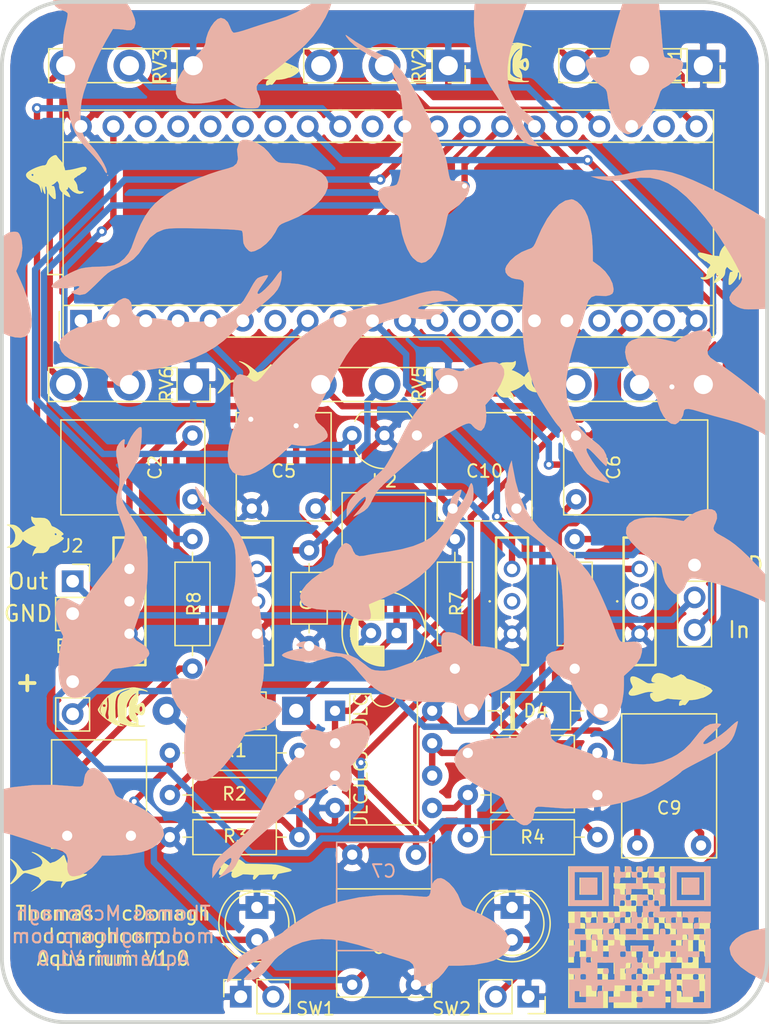
<source format=kicad_pcb>
(kicad_pcb (version 20171130) (host pcbnew "(5.1.7)-1")
  (layers (0 F.Cu signal hide) (31 B.Cu signal hide) (34 B.Paste user) (35 F.Paste user) (36 B.SilkS user) (37 F.SilkS user) (38 B.Mask user) (39 F.Mask user hide) (44 Edge.Cuts user))
  (net 0 "")
  (net 1 GND)
  (net 2 /Input)
  (net 3 /Output)
  (net 4 +9V)
  (net 5 "Net-(C2-Pad1)")
  (net 6 "Net-(C10-Pad2)")
  (net 7 /VIN)
  (net 8 /pin33)
  (net 9 /pin32)
  (net 10 /pin30)
  (net 11 /pin29)
  (net 12 /pin28)
  (net 13 /pin27)
  (net 14 /pin26)
  (net 15 /pin25)
  (net 16 /pin24)
  (net 17 /pin23)
  (net 18 /3V3_A)
  (net 19 /pin18)
  (net 20 /pin16)
  (net 21 /pin11)
  (net 22 /pin10)
  (net 23 /pin9)
  (net 24 /pin8)
  (net 25 "Net-(C3-Pad2)")
  (net 26 "Net-(C6-Pad1)")
  (net 27 "Net-(C9-Pad2)")
  (net 28 "Net-(D1-Pad2)")
  (net 29 "Net-(D2-Pad2)")
  (net 30 "Net-(R6-Pad1)")
  (net 31 "Net-(BT1-Pad2)")
  (net 32 "Net-(BT1-Pad1)")
  (module libraries:koiPondFish2 (layer B.Cu) (at 68.199 107.188 180)
    (fp_text reference G*** hide)
    (fp_text value LOGO hide)
  )
  (module libraries:koiPondFish1 (layer B.Cu) (at 112.522 120.396 270)
    (fp_text reference G*** hide)
    (fp_text value LOGO hide)
  )
  (module libraries:koiPondFish1 (layer B.Cu) (at 47.244 109.093 90)
    (fp_text reference G*** hide)
    (fp_text value LOGO hide)
  )
  (module libraries:koiPondFish1 (layer B.Cu) (at 74.422 117.729 90)
    (fp_text reference G*** hide)
    (fp_text value LOGO hide)
  )
  (module libraries:koiPondFish1 (layer B.Cu) (at 90.932 105.537 270)
    (fp_text reference G*** hide)
    (fp_text value LOGO hide)
  )
  (module libraries:koiPond (layer B.Cu) (at 75.184 75.819 180)
    (fp_text reference G*** hide)
    (fp_text value LOGO hide)
  )
  (module libraries:fish4 (layer F.Cu) (at 48.895 58.801)
    (fp_text reference G*** hide)
    (fp_text value LOGO hide)
  )
  (module libraries:fish6 (layer F.Cu) (at 58.42 72.517)
    (fp_text reference G*** hide)
    (fp_text value LOGO hide)
  )
  (module libraries:fish3 (layer F.Cu) (at 85.598 74.803)
    (fp_text reference G*** hide)
    (fp_text value LOGO hide)
  )
  (module libraries:fish6 (layer F.Cu) (at 64.897 113.157)
    (fp_text reference G*** hide)
    (fp_text value LOGO hide)
  )
  (module libraries:fish5 (layer F.Cu) (at 48.641 113.157)
    (fp_text reference G*** hide)
    (fp_text value LOGO hide)
  )
  (module libraries:fish5 (layer F.Cu) (at 64.897 74.676)
    (fp_text reference G*** hide)
    (fp_text value LOGO hide)
  )
  (module libraries:fish4 (layer F.Cu) (at 101.854 65.532)
    (fp_text reference G*** hide)
    (fp_text value LOGO hide)
  )
  (module libraries:fish3 (layer F.Cu) (at 47.752 86.995)
    (fp_text reference G*** hide)
    (fp_text value LOGO hide)
  )
  (module libraries:fish2 (layer F.Cu) (at 97.409 98.933)
    (fp_text reference G*** hide)
    (fp_text value LOGO hide)
  )
  (module libraries:fish2 (layer F.Cu) (at 65.024 50.292)
    (fp_text reference G*** hide)
    (fp_text value LOGO hide)
  )
  (module libraries:fish1 (layer F.Cu) (at 84.582 49.784)
    (fp_text reference G*** hide)
    (fp_text value LOGO hide)
  )
  (module libraries:fish1 (layer F.Cu) (at 54.483 100.33)
    (fp_text reference G*** hide)
    (fp_text value LOGO hide)
  )
  (module libraries:mcdonaghcorpQR (layer B.Cu) (at 94.996 118.364 180)
    (fp_text reference G*** hide)
    (fp_text value LOGO hide)
  )
  (module libraries:mcdonaghcorpQR (layer F.Cu) (at 94.996 118.364)
    (fp_text reference G*** hide)
    (fp_text value LOGO hide)
  )
  (module Device_Audio_Electrosmith_Daisy_Seed:Device_Audio_Electrosmith_Daisy_Seed (layer F.Cu) (at 51.2 70 90)
    (fp_text reference A1 hide)
    (fp_text value Device_Audio_Electrosmith_Daisy_Seed_Rev4)
    (pad 40 thru_hole circle (at 15.24 0 90) (size 1.7 1.7) (drill 1) (layers *.Cu *.Mask) (net 1 GND))
    (pad 39 thru_hole circle (at 15.24 2.54 90) (size 1.7 1.7) (drill 1) (layers *.Cu *.Mask) (net 7 /VIN))
    (pad 38 thru_hole circle (at 15.24 5.08 90) (size 1.7 1.7) (drill 1) (layers *.Cu *.Mask))
    (pad 37 thru_hole circle (at 15.24 7.62 90) (size 1.7 1.7) (drill 1) (layers *.Cu *.Mask))
    (pad 36 thru_hole circle (at 15.24 10.16 90) (size 1.7 1.7) (drill 1) (layers *.Cu *.Mask))
    (pad 35 thru_hole circle (at 15.24 12.7 90) (size 1.7 1.7) (drill 1) (layers *.Cu *.Mask))
    (pad 34 thru_hole circle (at 15.24 15.24 90) (size 1.7 1.7) (drill 1) (layers *.Cu *.Mask))
    (pad 33 thru_hole circle (at 15.24 17.78 90) (size 1.7 1.7) (drill 1) (layers *.Cu *.Mask) (net 8 /pin33))
    (pad 32 thru_hole circle (at 15.24 20.32 90) (size 1.7 1.7) (drill 1) (layers *.Cu *.Mask) (net 9 /pin32))
    (pad 31 thru_hole circle (at 15.24 22.86 90) (size 1.7 1.7) (drill 1) (layers *.Cu *.Mask))
    (pad 30 thru_hole circle (at 15.24 25.4 90) (size 1.7 1.7) (drill 1) (layers *.Cu *.Mask) (net 10 /pin30))
    (pad 29 thru_hole circle (at 15.24 27.94 90) (size 1.7 1.7) (drill 1) (layers *.Cu *.Mask) (net 11 /pin29))
    (pad 28 thru_hole circle (at 15.24 30.48 90) (size 1.7 1.7) (drill 1) (layers *.Cu *.Mask) (net 12 /pin28))
    (pad 27 thru_hole circle (at 15.24 33.02 90) (size 1.7 1.7) (drill 1) (layers *.Cu *.Mask) (net 13 /pin27))
    (pad 26 thru_hole circle (at 15.24 35.56 90) (size 1.7 1.7) (drill 1) (layers *.Cu *.Mask) (net 14 /pin26))
    (pad 25 thru_hole circle (at 15.24 38.1 90) (size 1.7 1.7) (drill 1) (layers *.Cu *.Mask) (net 15 /pin25))
    (pad 24 thru_hole circle (at 15.24 40.64 90) (size 1.7 1.7) (drill 1) (layers *.Cu *.Mask) (net 16 /pin24))
    (pad 23 thru_hole circle (at 15.24 43.18 90) (size 1.7 1.7) (drill 1) (layers *.Cu *.Mask) (net 17 /pin23))
    (pad 22 thru_hole circle (at 15.24 45.72 90) (size 1.7 1.7) (drill 1) (layers *.Cu *.Mask))
    (pad 21 thru_hole circle (at 15.24 48.26 90) (size 1.7 1.7) (drill 1) (layers *.Cu *.Mask) (net 18 /3V3_A))
    (pad 20 thru_hole circle (at 0 48.26 90) (size 1.7 1.7) (drill 1) (layers *.Cu *.Mask) (net 1 GND))
    (pad 19 thru_hole circle (at 0 45.72 90) (size 1.7 1.7) (drill 1) (layers *.Cu *.Mask))
    (pad 18 thru_hole circle (at 0 43.18 90) (size 1.7 1.7) (drill 1) (layers *.Cu *.Mask) (net 19 /pin18))
    (pad 17 thru_hole circle (at 0 40.64 90) (size 1.7 1.7) (drill 1) (layers *.Cu *.Mask))
    (pad 16 thru_hole circle (at 0 38.1 90) (size 1.7 1.7) (drill 1) (layers *.Cu *.Mask) (net 20 /pin16))
    (pad 15 thru_hole circle (at 0 35.56 90) (size 1.7 1.7) (drill 1) (layers *.Cu *.Mask))
    (pad 14 thru_hole circle (at 0 33.02 90) (size 1.7 1.7) (drill 1) (layers *.Cu *.Mask))
    (pad 13 thru_hole circle (at 0 30.48 90) (size 1.7 1.7) (drill 1) (layers *.Cu *.Mask))
    (pad 12 thru_hole circle (at 0 27.94 90) (size 1.7 1.7) (drill 1) (layers *.Cu *.Mask))
    (pad 11 thru_hole circle (at 0 25.4 90) (size 1.7 1.7) (drill 1) (layers *.Cu *.Mask) (net 21 /pin11))
    (pad 10 thru_hole circle (at 0 22.86 90) (size 1.7 1.7) (drill 1) (layers *.Cu *.Mask) (net 22 /pin10))
    (pad 9 thru_hole circle (at 0 20.32 90) (size 1.7 1.7) (drill 1) (layers *.Cu *.Mask) (net 23 /pin9))
    (pad 8 thru_hole circle (at 0 17.78 90) (size 1.7 1.7) (drill 1) (layers *.Cu *.Mask) (net 24 /pin8))
    (pad 7 thru_hole circle (at 0 15.24 90) (size 1.7 1.7) (drill 1) (layers *.Cu *.Mask))
    (pad 6 thru_hole circle (at 0 12.7 90) (size 1.7 1.7) (drill 1) (layers *.Cu *.Mask))
    (pad 5 thru_hole circle (at 0 10.16 90) (size 1.7 1.7) (drill 1) (layers *.Cu *.Mask))
    (pad 4 thru_hole circle (at 0 7.62 90) (size 1.7 1.7) (drill 1) (layers *.Cu *.Mask))
    (pad 3 thru_hole circle (at 0 5.08 90) (size 1.7 1.7) (drill 1) (layers *.Cu *.Mask))
    (pad 2 thru_hole circle (at 0 2.54 90) (size 1.7 1.7) (drill 1) (layers *.Cu *.Mask))
    (pad 1 thru_hole rect (at 0 0 90) (size 1.7 1.7) (drill 1) (layers *.Cu *.Mask))
  )
  (module Capacitor_THT:C_Axial_L3.8mm_D2.6mm_P7.50mm_Horizontal (layer F.Cu) (at 69.088 95.504 90)
    (fp_text reference C1 (at 3.75 -0.123001 90) (layer F.SilkS))
    (fp_text value 100pF)
    (pad 1 thru_hole circle (at 0 0 90) (size 1.6 1.6) (drill 0.8) (layers *.Cu *.Mask) (net 1 GND))
    (pad 2 thru_hole oval (at 7.5 0 90) (size 1.6 1.6) (drill 0.8) (layers *.Cu *.Mask) (net 2 /Input))
  )
  (module libraries:C_Flat_L7.2_H10 (layer F.Cu) (at 59.544 79 270)
    (fp_text reference C2 (at 2.5 2.54 90) (layer F.SilkS))
    (fp_text value 1uF)
    (pad 1 thru_hole circle (at 0 -0.4 270) (size 1.6 1.6) (drill 0.8) (layers *.Cu *.Mask) (net 5 "Net-(C2-Pad1)"))
    (pad 2 thru_hole circle (at 5 -0.4 270) (size 1.6 1.6) (drill 0.8) (layers *.Cu *.Mask) (net 2 /Input))
  )
  (module libraries:C_Flat_L7.2_H6.5 (layer F.Cu) (at 55.118 109.982 180)
    (fp_text reference C3 (at 2.5 2.54) (layer F.SilkS))
    (fp_text value 1nF)
    (pad 1 thru_hole circle (at 0 -0.4 180) (size 1.6 1.6) (drill 0.8) (layers *.Cu *.Mask) (net 1 GND))
    (pad 2 thru_hole circle (at 5 -0.4 180) (size 1.6 1.6) (drill 0.8) (layers *.Cu *.Mask) (net 25 "Net-(C3-Pad2)"))
  )
  (module libraries:CP_Radial_D6.3mm_P2.00mm_L11.0mm (layer F.Cu) (at 75.946 94.488 180)
    (fp_text reference C4 (at 1.016 5.588) (layer F.SilkS))
    (fp_text value 100uF)
    (pad 1 thru_hole rect (at 0 0 180) (size 1.6 1.6) (drill 0.8) (layers *.Cu *.Mask) (net 7 /VIN))
    (pad 2 thru_hole circle (at 2 0 180) (size 1.6 1.6) (drill 0.8) (layers *.Cu *.Mask) (net 1 GND))
  )
  (module libraries:C_Flat_L7.2_H6.5 (layer F.Cu) (at 69.596 84.328 180)
    (fp_text reference C5 (at 2.5 2.54) (layer F.SilkS))
    (fp_text value 100nF)
    (pad 2 thru_hole circle (at 5 -0.4 180) (size 1.6 1.6) (drill 0.8) (layers *.Cu *.Mask) (net 1 GND))
    (pad 1 thru_hole circle (at 0 -0.4 180) (size 1.6 1.6) (drill 0.8) (layers *.Cu *.Mask) (net 7 /VIN))
  )
  (module libraries:C_Flat_L7.2_H10 (layer F.Cu) (at 90.424 84 90)
    (fp_text reference C6 (at 2.5 2.54 90) (layer F.SilkS))
    (fp_text value 1uF)
    (pad 2 thru_hole circle (at 5 -0.4 90) (size 1.6 1.6) (drill 0.8) (layers *.Cu *.Mask) (net 19 /pin18))
    (pad 1 thru_hole circle (at 0 -0.4 90) (size 1.6 1.6) (drill 0.8) (layers *.Cu *.Mask) (net 26 "Net-(C6-Pad1)"))
  )
  (module libraries:C_Flat_L7.2_H6.5 (layer B.Cu) (at 77.47 112.268 180)
    (fp_text reference C7 (at 2.54 -0.889) (layer B.SilkS) (effects (justify mirror)))
    (fp_text value 100nF)
    (pad 2 thru_hole circle (at 5 0.4 180) (size 1.6 1.6) (drill 0.8) (layers *.Cu *.Mask) (net 1 GND))
    (pad 1 thru_hole circle (at 0 0.4 180) (size 1.6 1.6) (drill 0.8) (layers *.Cu *.Mask) (net 7 /VIN))
  )
  (module libraries:C_Flat_L7.2_H6.5 (layer F.Cu) (at 77.47 121.666 180)
    (fp_text reference C8 (at 2.5 2.54) (layer F.SilkS))
    (fp_text value 100nF)
    (pad 1 thru_hole circle (at 0 -0.4 180) (size 1.6 1.6) (drill 0.8) (layers *.Cu *.Mask) (net 1 GND))
    (pad 2 thru_hole circle (at 5 -0.4 180) (size 1.6 1.6) (drill 0.8) (layers *.Cu *.Mask) (net 6 "Net-(C10-Pad2)"))
  )
  (module libraries:C_Flat_L7.2_H10 (layer F.Cu) (at 99.822 110.744 180)
    (fp_text reference C9 (at 2.5 2.54) (layer F.SilkS))
    (fp_text value 1uF)
    (pad 1 thru_hole circle (at 0 -0.4 180) (size 1.6 1.6) (drill 0.8) (layers *.Cu *.Mask) (net 3 /Output))
    (pad 2 thru_hole circle (at 5 -0.4 180) (size 1.6 1.6) (drill 0.8) (layers *.Cu *.Mask) (net 27 "Net-(C9-Pad2)"))
  )
  (module libraries:C_Flat_L7.2_H6.5 (layer F.Cu) (at 85.344 84.328 180)
    (fp_text reference C10 (at 2.5 2.54) (layer F.SilkS))
    (fp_text value 100nF)
    (pad 1 thru_hole circle (at 0 -0.4 180) (size 1.6 1.6) (drill 0.8) (layers *.Cu *.Mask) (net 1 GND))
    (pad 2 thru_hole circle (at 5 -0.4 180) (size 1.6 1.6) (drill 0.8) (layers *.Cu *.Mask) (net 6 "Net-(C10-Pad2)"))
  )
  (module LED_THT:LED_D5.0mm (layer F.Cu) (at 65 116 270)
    (fp_text reference D1 hide)
    (fp_text value LED)
    (pad 1 thru_hole rect (at 0 0 270) (size 1.8 1.8) (drill 0.9) (layers *.Cu *.Mask) (net 1 GND))
    (pad 2 thru_hole circle (at 2.54 0 270) (size 1.8 1.8) (drill 0.9) (layers *.Cu *.Mask) (net 28 "Net-(D1-Pad2)"))
  )
  (module LED_THT:LED_D5.0mm (layer F.Cu) (at 85 116 270)
    (fp_text reference D2 hide)
    (fp_text value LED)
    (pad 2 thru_hole circle (at 2.54 0 270) (size 1.8 1.8) (drill 0.9) (layers *.Cu *.Mask) (net 29 "Net-(D2-Pad2)"))
    (pad 1 thru_hole rect (at 0 0 270) (size 1.8 1.8) (drill 0.9) (layers *.Cu *.Mask) (net 1 GND))
  )
  (module Diode_THT:D_DO-41_SOD81_P10.16mm_Horizontal (layer F.Cu) (at 68.072 100.584 180)
    (fp_text reference D3 (at 5.320999 -0.101001) (layer F.SilkS))
    (fp_text value 1N5817)
    (pad 1 thru_hole rect (at 0 0 180) (size 2.2 2.2) (drill 1.1) (layers *.Cu *.Mask) (net 7 /VIN))
    (pad 2 thru_hole oval (at 10.16 0 180) (size 2.2 2.2) (drill 1.1) (layers *.Cu *.Mask) (net 4 +9V))
  )
  (module Resistor_THT:R_Axial_DIN0207_L6.3mm_D2.5mm_P10.16mm_Horizontal (layer F.Cu) (at 58.166 103.886)
    (fp_text reference R1 (at 5.08 -0.185001) (layer F.SilkS))
    (fp_text value 1M)
    (pad 2 thru_hole oval (at 10.16 0) (size 1.6 1.6) (drill 0.8) (layers *.Cu *.Mask) (net 25 "Net-(C3-Pad2)"))
    (pad 1 thru_hole circle (at 0 0) (size 1.6 1.6) (drill 0.8) (layers *.Cu *.Mask) (net 6 "Net-(C10-Pad2)"))
  )
  (module Resistor_THT:R_Axial_DIN0207_L6.3mm_D2.5mm_P10.16mm_Horizontal (layer F.Cu) (at 58.166 107.188)
    (fp_text reference R2 (at 5.08 -0.087001) (layer F.SilkS))
    (fp_text value 1K)
    (pad 1 thru_hole circle (at 0 0) (size 1.6 1.6) (drill 0.8) (layers *.Cu *.Mask) (net 5 "Net-(C2-Pad1)"))
    (pad 2 thru_hole oval (at 10.16 0) (size 1.6 1.6) (drill 0.8) (layers *.Cu *.Mask) (net 25 "Net-(C3-Pad2)"))
  )
  (module Resistor_THT:R_Axial_DIN0207_L6.3mm_D2.5mm_P10.16mm_Horizontal (layer F.Cu) (at 58.166 110.49)
    (fp_text reference R3 (at 5.148999 -0.073001) (layer F.SilkS))
    (fp_text value 1M)
    (pad 1 thru_hole circle (at 0 0) (size 1.6 1.6) (drill 0.8) (layers *.Cu *.Mask) (net 1 GND))
    (pad 2 thru_hole oval (at 10.16 0) (size 1.6 1.6) (drill 0.8) (layers *.Cu *.Mask) (net 25 "Net-(C3-Pad2)"))
  )
  (module Resistor_THT:R_Axial_DIN0207_L6.3mm_D2.5mm_P10.16mm_Horizontal (layer F.Cu) (at 91.694 110.49 180)
    (fp_text reference R4 (at 5.08 0) (layer F.SilkS))
    (fp_text value 1M)
    (pad 2 thru_hole oval (at 10.16 0 180) (size 1.6 1.6) (drill 0.8) (layers *.Cu *.Mask) (net 26 "Net-(C6-Pad1)"))
    (pad 1 thru_hole circle (at 0 0 180) (size 1.6 1.6) (drill 0.8) (layers *.Cu *.Mask) (net 6 "Net-(C10-Pad2)"))
  )
  (module Resistor_THT:R_Axial_DIN0207_L6.3mm_D2.5mm_P10.16mm_Horizontal (layer F.Cu) (at 81.534 107.188)
    (fp_text reference R5 (at 5.046999 -0.087001) (layer F.SilkS))
    (fp_text value 1M)
    (pad 1 thru_hole circle (at 0 0) (size 1.6 1.6) (drill 0.8) (layers *.Cu *.Mask) (net 26 "Net-(C6-Pad1)"))
    (pad 2 thru_hole oval (at 10.16 0) (size 1.6 1.6) (drill 0.8) (layers *.Cu *.Mask) (net 1 GND))
  )
  (module Resistor_THT:R_Axial_DIN0207_L6.3mm_D2.5mm_P10.16mm_Horizontal (layer F.Cu) (at 81.534 103.886)
    (fp_text reference R6 (at 5.08 -0.001001) (layer F.SilkS))
    (fp_text value 100)
    (pad 2 thru_hole oval (at 10.16 0) (size 1.6 1.6) (drill 0.8) (layers *.Cu *.Mask) (net 27 "Net-(C9-Pad2)"))
    (pad 1 thru_hole circle (at 0 0) (size 1.6 1.6) (drill 0.8) (layers *.Cu *.Mask) (net 30 "Net-(R6-Pad1)"))
  )
  (module Resistor_THT:R_Axial_DIN0207_L6.3mm_D2.5mm_P10.16mm_Horizontal (layer F.Cu) (at 80.518 97.282 90)
    (fp_text reference R7 (at 5.08 0.152999 90) (layer F.SilkS))
    (fp_text value 100K)
    (pad 1 thru_hole circle (at 0 0 90) (size 1.6 1.6) (drill 0.8) (layers *.Cu *.Mask) (net 3 /Output))
    (pad 2 thru_hole oval (at 10.16 0 90) (size 1.6 1.6) (drill 0.8) (layers *.Cu *.Mask) (net 1 GND))
  )
  (module Resistor_THT:R_Axial_DIN0207_L6.3mm_D2.5mm_P10.16mm_Horizontal (layer F.Cu) (at 59.944 87.122 270)
    (fp_text reference R8 (at 5.08 -0.115001 90) (layer F.SilkS))
    (fp_text value 100K)
    (pad 1 thru_hole circle (at 0 0 270) (size 1.6 1.6) (drill 0.8) (layers *.Cu *.Mask) (net 11 /pin29))
    (pad 2 thru_hole oval (at 10.16 0 270) (size 1.6 1.6) (drill 0.8) (layers *.Cu *.Mask) (net 28 "Net-(D1-Pad2)"))
  )
  (module Resistor_THT:R_Axial_DIN0207_L6.3mm_D2.5mm_P10.16mm_Horizontal (layer F.Cu) (at 89.916 87.122 270)
    (fp_text reference R9 (at 5.136999 0.124999 90) (layer F.SilkS))
    (fp_text value 100K)
    (pad 2 thru_hole oval (at 10.16 0 270) (size 1.6 1.6) (drill 0.8) (layers *.Cu *.Mask) (net 29 "Net-(D2-Pad2)"))
    (pad 1 thru_hole circle (at 0 0 270) (size 1.6 1.6) (drill 0.8) (layers *.Cu *.Mask) (net 10 /pin30))
  )
  (module Connector_PinSocket_2.54mm:PinSocket_1x02_P2.54mm_Vertical (layer F.Cu) (at 63.73 123 90)
    (fp_text reference SW1 (at -0.952 5.866 180) (layer F.SilkS))
    (fp_text value FS1)
    (pad 1 thru_hole rect (at 0 0 90) (size 1.7 1.7) (drill 1) (layers *.Cu *.Mask) (net 1 GND))
    (pad 2 thru_hole oval (at 0 2.54 90) (size 1.7 1.7) (drill 1) (layers *.Cu *.Mask) (net 9 /pin32))
  )
  (module Connector_PinSocket_2.54mm:PinSocket_1x02_P2.54mm_Vertical (layer F.Cu) (at 86.27 123 270)
    (fp_text reference SW2 (at 0.952 6.006 180) (layer F.SilkS))
    (fp_text value FS2)
    (pad 2 thru_hole oval (at 0 2.54 270) (size 1.7 1.7) (drill 1) (layers *.Cu *.Mask) (net 8 /pin33))
    (pad 1 thru_hole rect (at 0 0 270) (size 1.7 1.7) (drill 1) (layers *.Cu *.Mask) (net 1 GND))
  )
  (module libraries:MSS10255914AD (layer F.Cu) (at 55 92 270)
    (fp_text reference SW3 hide)
    (fp_text value SW_SPDT hide)
    (pad 3 thru_hole circle (at 2.54 0 270) (size 1.3 1.3) (drill 0.8) (layers *.Cu *.Mask) (net 1 GND))
    (pad 2 thru_hole circle (at -2.54 0 270) (size 1.3 1.3) (drill 0.8) (layers *.Cu *.Mask) (net 24 /pin8))
    (pad 1 thru_hole circle (at 0 0 270) (size 1.3 1.3) (drill 0.8) (layers *.Cu *.Mask))
  )
  (module libraries:MSS10255914AD (layer F.Cu) (at 65 92 270)
    (fp_text reference SW4 hide)
    (fp_text value SW_SPDT hide)
    (pad 1 thru_hole circle (at 0 0 270) (size 1.3 1.3) (drill 0.8) (layers *.Cu *.Mask))
    (pad 2 thru_hole circle (at -2.54 0 270) (size 1.3 1.3) (drill 0.8) (layers *.Cu *.Mask) (net 23 /pin9))
    (pad 3 thru_hole circle (at 2.54 0 270) (size 1.3 1.3) (drill 0.8) (layers *.Cu *.Mask) (net 1 GND))
  )
  (module libraries:MSS10255914AD (layer F.Cu) (at 85 92 270)
    (fp_text reference SW5 hide)
    (fp_text value SW_SPDT hide)
    (pad 3 thru_hole circle (at 2.54 0 270) (size 1.3 1.3) (drill 0.8) (layers *.Cu *.Mask) (net 1 GND))
    (pad 2 thru_hole circle (at -2.54 0 270) (size 1.3 1.3) (drill 0.8) (layers *.Cu *.Mask) (net 22 /pin10))
    (pad 1 thru_hole circle (at 0 0 270) (size 1.3 1.3) (drill 0.8) (layers *.Cu *.Mask))
  )
  (module libraries:MSS10255914AD (layer F.Cu) (at 95 92 270)
    (fp_text reference SW6 hide)
    (fp_text value SW_SPDT hide)
    (pad 1 thru_hole circle (at 0 0 270) (size 1.3 1.3) (drill 0.8) (layers *.Cu *.Mask))
    (pad 2 thru_hole circle (at -2.54 0 270) (size 1.3 1.3) (drill 0.8) (layers *.Cu *.Mask) (net 21 /pin11))
    (pad 3 thru_hole circle (at 2.54 0 270) (size 1.3 1.3) (drill 0.8) (layers *.Cu *.Mask) (net 1 GND))
  )
  (module Package_DIP:DIP-8_W7.62mm (layer F.Cu) (at 71.12 100.584)
    (fp_text reference U1 (at 6.35 -2.159) (layer F.SilkS))
    (fp_text value TL072)
    (pad 1 thru_hole rect (at 0 0) (size 1.6 1.6) (drill 0.8) (layers *.Cu *.Mask) (net 20 /pin16))
    (pad 5 thru_hole oval (at 7.62 7.62) (size 1.6 1.6) (drill 0.8) (layers *.Cu *.Mask) (net 26 "Net-(C6-Pad1)"))
    (pad 2 thru_hole oval (at 0 2.54) (size 1.6 1.6) (drill 0.8) (layers *.Cu *.Mask) (net 20 /pin16))
    (pad 6 thru_hole oval (at 7.62 5.08) (size 1.6 1.6) (drill 0.8) (layers *.Cu *.Mask) (net 30 "Net-(R6-Pad1)"))
    (pad 3 thru_hole oval (at 0 5.08) (size 1.6 1.6) (drill 0.8) (layers *.Cu *.Mask) (net 25 "Net-(C3-Pad2)"))
    (pad 7 thru_hole oval (at 7.62 2.54) (size 1.6 1.6) (drill 0.8) (layers *.Cu *.Mask) (net 30 "Net-(R6-Pad1)"))
    (pad 4 thru_hole oval (at 0 7.62) (size 1.6 1.6) (drill 0.8) (layers *.Cu *.Mask) (net 1 GND))
    (pad 8 thru_hole oval (at 7.62 0) (size 1.6 1.6) (drill 0.8) (layers *.Cu *.Mask) (net 6 "Net-(C10-Pad2)"))
  )
  (module libraries:R_POT (layer F.Cu) (at 100 50 270)
    (fp_text reference RV1 (at 0 2.21 90) (layer F.SilkS))
    (fp_text value R_POT)
    (pad 3 thru_hole oval (at 0 10 270) (size 2.5 2.5) (drill 1.5) (layers *.Cu *.Mask) (net 18 /3V3_A))
    (pad 2 thru_hole oval (at 0 5 270) (size 2.5 2.5) (drill 1.5) (layers *.Cu *.Mask) (net 17 /pin23))
    (pad 1 thru_hole rect (at 0 0 270) (size 2.5 2.5) (drill 1.5) (layers *.Cu *.Mask) (net 1 GND))
  )
  (module libraries:R_POT (layer F.Cu) (at 80 50 270)
    (fp_text reference RV2 (at 0 2.276 90) (layer F.SilkS))
    (fp_text value R_POT)
    (pad 1 thru_hole rect (at 0 0 270) (size 2.5 2.5) (drill 1.5) (layers *.Cu *.Mask) (net 1 GND))
    (pad 2 thru_hole oval (at 0 5 270) (size 2.5 2.5) (drill 1.5) (layers *.Cu *.Mask) (net 16 /pin24))
    (pad 3 thru_hole oval (at 0 10 270) (size 2.5 2.5) (drill 1.5) (layers *.Cu *.Mask) (net 18 /3V3_A))
  )
  (module libraries:R_POT (layer F.Cu) (at 60 50 270)
    (fp_text reference RV3 (at 0.038 2.596 90) (layer F.SilkS))
    (fp_text value R_POT)
    (pad 3 thru_hole oval (at 0 10 270) (size 2.5 2.5) (drill 1.5) (layers *.Cu *.Mask) (net 18 /3V3_A))
    (pad 2 thru_hole oval (at 0 5 270) (size 2.5 2.5) (drill 1.5) (layers *.Cu *.Mask) (net 15 /pin25))
    (pad 1 thru_hole rect (at 0 0 270) (size 2.5 2.5) (drill 1.5) (layers *.Cu *.Mask) (net 1 GND))
  )
  (module libraries:R_POT (layer F.Cu) (at 100 75 270)
    (fp_text reference RV4 (at 0 2.464 90) (layer F.SilkS))
    (fp_text value R_POT)
    (pad 1 thru_hole rect (at 0 0 270) (size 2.5 2.5) (drill 1.5) (layers *.Cu *.Mask) (net 1 GND))
    (pad 2 thru_hole oval (at 0 5 270) (size 2.5 2.5) (drill 1.5) (layers *.Cu *.Mask) (net 14 /pin26))
    (pad 3 thru_hole oval (at 0 10 270) (size 2.5 2.5) (drill 1.5) (layers *.Cu *.Mask) (net 18 /3V3_A))
  )
  (module libraries:R_POT (layer F.Cu) (at 80 75 270)
    (fp_text reference RV5 (at -0.07 2.276 90) (layer F.SilkS))
    (fp_text value R_POT)
    (pad 3 thru_hole oval (at 0 10 270) (size 2.5 2.5) (drill 1.5) (layers *.Cu *.Mask) (net 18 /3V3_A))
    (pad 2 thru_hole oval (at 0 5 270) (size 2.5 2.5) (drill 1.5) (layers *.Cu *.Mask) (net 13 /pin27))
    (pad 1 thru_hole rect (at 0 0 270) (size 2.5 2.5) (drill 1.5) (layers *.Cu *.Mask) (net 1 GND))
  )
  (module libraries:R_POT (layer F.Cu) (at 60 75 270)
    (fp_text reference RV6 (at 0 2.088 90) (layer F.SilkS))
    (fp_text value R_POT)
    (pad 1 thru_hole rect (at 0 0 270) (size 2.5 2.5) (drill 1.5) (layers *.Cu *.Mask) (net 1 GND))
    (pad 2 thru_hole oval (at 0 5 270) (size 2.5 2.5) (drill 1.5) (layers *.Cu *.Mask) (net 12 /pin28))
    (pad 3 thru_hole oval (at 0 10 270) (size 2.5 2.5) (drill 1.5) (layers *.Cu *.Mask) (net 18 /3V3_A))
  )
  (module Package_TO_SOT_THT:TO-92_Inline_Wide (layer F.Cu) (at 77.54 78.994 180)
    (fp_text reference U2 (at 2.54 -3.56) (layer F.SilkS))
    (fp_text value L78L05_TO92)
    (pad 2 thru_hole circle (at 2.54 0 180) (size 1.5 1.5) (drill 0.8) (layers *.Cu *.Mask) (net 1 GND))
    (pad 3 thru_hole circle (at 5.08 0 180) (size 1.5 1.5) (drill 0.8) (layers *.Cu *.Mask) (net 7 /VIN))
    (pad 1 thru_hole rect (at 0 0 180) (size 1.5 1.5) (drill 0.8) (layers *.Cu *.Mask) (net 6 "Net-(C10-Pad2)"))
  )
  (module Connector_PinSocket_2.54mm:PinSocket_1x02_P2.54mm_Vertical (layer F.Cu) (at 50.546 98.298)
    (fp_text reference BT1 (at 0 -2.77) (layer F.SilkS))
    (fp_text value Battery)
    (pad 2 thru_hole oval (at 0 2.54) (size 1.7 1.7) (drill 1) (layers *.Cu *.Mask) (net 31 "Net-(BT1-Pad2)"))
    (pad 1 thru_hole rect (at 0 0) (size 1.7 1.7) (drill 1) (layers *.Cu *.Mask) (net 32 "Net-(BT1-Pad1)"))
  )
  (module Diode_THT:D_DO-41_SOD81_P10.16mm_Horizontal (layer F.Cu) (at 81.788 100.584)
    (fp_text reference D4 (at 5.08 0) (layer F.SilkS))
    (fp_text value D)
    (pad 1 thru_hole rect (at 0 0) (size 2.2 2.2) (drill 1.1) (layers *.Cu *.Mask) (net 4 +9V))
    (pad 2 thru_hole oval (at 10.16 0) (size 2.2 2.2) (drill 1.1) (layers *.Cu *.Mask) (net 32 "Net-(BT1-Pad1)"))
  )
  (module Connector_PinSocket_2.54mm:PinSocket_1x03_P2.54mm_Vertical (layer F.Cu) (at 99.314 89.154)
    (fp_text reference J1 (at 0 -2.77) (layer F.SilkS))
    (fp_text value AudioJack3)
    (pad 1 thru_hole rect (at 0 0) (size 1.7 1.7) (drill 1) (layers *.Cu *.Mask) (net 1 GND))
    (pad 2 thru_hole oval (at 0 2.54) (size 1.7 1.7) (drill 1) (layers *.Cu *.Mask) (net 31 "Net-(BT1-Pad2)"))
    (pad 3 thru_hole oval (at 0 5.08) (size 1.7 1.7) (drill 1) (layers *.Cu *.Mask) (net 2 /Input))
  )
  (module Connector_PinSocket_2.54mm:PinSocket_1x02_P2.54mm_Vertical (layer F.Cu) (at 50.546 90.424)
    (fp_text reference J2 (at 0 -2.77) (layer F.SilkS))
    (fp_text value AudioJack2)
    (pad 1 thru_hole rect (at 0 0) (size 1.7 1.7) (drill 1) (layers *.Cu *.Mask) (net 3 /Output))
    (pad 2 thru_hole oval (at 0 2.54) (size 1.7 1.7) (drill 1) (layers *.Cu *.Mask) (net 1 GND))
  )
  (gr_text "Thomas McDonagh\nmcdonaghcorp.com\nAquarium V1.0" (at 53.721 118.237) (layer B.SilkS) (effects (font (size 1.1 1.1) (thickness 0.16)) (justify mirror)))
  (gr_text "Thomas McDonagh\nmcdonaghcorp.com\nAquarium V1.0" (at 53.721 118.237) (layer F.SilkS) (effects (font (size 1.1 1.1) (thickness 0.16))))
  (gr_text Out (at 47.046 90.424) (layer F.SilkS) (effects (font (size 1.25 1.25) (thickness 0.175))))
  (gr_text GND (at 47.046 92.964) (layer F.SilkS) (effects (font (size 1.25 1.25) (thickness 0.175))))
  (gr_text GND (at 102.814 89.154) (layer F.SilkS) (effects (font (size 1.25 1.25) (thickness 0.175))))
  (gr_text In (at 102.814 94.234) (layer F.SilkS) (effects (font (size 1.25 1.25) (thickness 0.175))))
  (gr_text + (at 46.99 98.298) (layer F.SilkS) (effects (font (size 1.5 1.5) (thickness 0.3))))
  (gr_line (start 50 125) (end 100 125) (layer Edge.Cuts) (width 0.3))
  (gr_line (start 45 50) (end 45 120) (layer Edge.Cuts) (width 0.3))
  (gr_line (start 105 120) (end 105 50) (layer Edge.Cuts) (width 0.3))
  (gr_arc (start 100 120) (end 100 125) (angle -90) (layer Edge.Cuts) (width 0.3))
  (gr_arc (start 50 120) (end 45 120) (angle -90) (layer Edge.Cuts) (width 0.3))
  (gr_line (start 50 45) (end 100 45) (layer Edge.Cuts) (width 0.3))
  (gr_arc (start 50 50) (end 50 45) (angle -90) (layer Edge.Cuts) (width 0.3))
  (gr_arc (start 100 50) (end 105 50) (angle -90) (layer Edge.Cuts) (width 0.3))
  (gr_text JLCJLCJLCJLC (at 73.152 104.394 90) (layer F.SilkS) (effects (font (size 1 1))))
  (segment (start 63.948 88.004) (end 59.944 84) (width 0.5) (layer F.Cu) (net 2))
  (segment (start 69.088 88.004) (end 63.948 88.004) (width 0.5) (layer F.Cu) (net 2))
  (segment (start 100.614001 92.933999) (end 99.314 94.234) (width 0.5) (layer B.Cu) (net 2))
  (segment (start 94.459997 88.372001) (end 94.977999 87.853999) (width 0.5) (layer B.Cu) (net 2))
  (segment (start 100.524001 87.853999) (end 100.614001 87.943999) (width 0.5) (layer B.Cu) (net 2))
  (segment (start 94.977999 87.853999) (end 100.524001 87.853999) (width 0.5) (layer B.Cu) (net 2))
  (segment (start 85.589999 88.372001) (end 94.459997 88.372001) (width 0.5) (layer B.Cu) (net 2))
  (segment (start 82.969999 85.752001) (end 85.589999 88.372001) (width 0.5) (layer B.Cu) (net 2))
  (segment (start 82.969999 85.509999) (end 82.969999 85.752001) (width 0.5) (layer B.Cu) (net 2))
  (segment (start 80.937999 83.477999) (end 82.969999 85.509999) (width 0.5) (layer B.Cu) (net 2))
  (segment (start 73.614001 83.477999) (end 80.937999 83.477999) (width 0.5) (layer B.Cu) (net 2))
  (segment (start 100.614001 87.943999) (end 100.614001 92.933999) (width 0.5) (layer B.Cu) (net 2))
  (segment (start 69.088 88.004) (end 73.614001 83.477999) (width 0.5) (layer B.Cu) (net 2))
  (segment (start 81.496002 97.282) (end 80.518 97.282) (width 0.5) (layer F.Cu) (net 3))
  (segment (start 91.792003 102.134001) (end 86.348003 102.134001) (width 0.5) (layer F.Cu) (net 3))
  (segment (start 99.822 110.163998) (end 91.792003 102.134001) (width 0.5) (layer F.Cu) (net 3))
  (segment (start 86.348003 102.134001) (end 81.496002 97.282) (width 0.5) (layer F.Cu) (net 3))
  (segment (start 99.822 111.144) (end 99.822 110.163998) (width 0.5) (layer F.Cu) (net 3))
  (segment (start 53.222001 93.100001) (end 50.546 90.424) (width 0.5) (layer B.Cu) (net 3))
  (segment (start 77.467371 93.100001) (end 53.222001 93.100001) (width 0.5) (layer B.Cu) (net 3))
  (segment (start 80.518 96.15063) (end 77.467371 93.100001) (width 0.5) (layer B.Cu) (net 3))
  (segment (start 80.518 97.282) (end 80.518 96.15063) (width 0.5) (layer B.Cu) (net 3))
  (via (at 73.154042 104.645958) (size 0.8) (drill 0.4) (layers F.Cu B.Cu) (net 4))
  (segment (start 78.139999 99.333999) (end 73.154042 104.319956) (width 0.5) (layer F.Cu) (net 4))
  (segment (start 73.154042 104.319956) (end 73.154042 104.645958) (width 0.5) (layer F.Cu) (net 4))
  (segment (start 80.537999 99.333999) (end 78.139999 99.333999) (width 0.5) (layer F.Cu) (net 4))
  (segment (start 81.788 100.584) (end 80.537999 99.333999) (width 0.5) (layer F.Cu) (net 4))
  (segment (start 65.766001 108.438001) (end 57.912 100.584) (width 0.5) (layer B.Cu) (net 4))
  (segment (start 68.124003 108.438001) (end 65.766001 108.438001) (width 0.5) (layer B.Cu) (net 4))
  (segment (start 69.576001 109.889999) (end 68.124003 108.438001) (width 0.5) (layer B.Cu) (net 4))
  (segment (start 71.284003 109.889999) (end 69.576001 109.889999) (width 0.5) (layer B.Cu) (net 4))
  (segment (start 73.154042 108.01996) (end 71.284003 109.889999) (width 0.5) (layer B.Cu) (net 4))
  (segment (start 73.154042 104.645958) (end 73.154042 108.01996) (width 0.5) (layer B.Cu) (net 4))
  (segment (start 58.693999 80.250001) (end 59.944 79) (width 0.5) (layer F.Cu) (net 5))
  (segment (start 61.194001 90.222003) (end 58.693999 87.722001) (width 0.5) (layer F.Cu) (net 5))
  (segment (start 61.194001 104.159999) (end 61.194001 90.222003) (width 0.5) (layer F.Cu) (net 5))
  (segment (start 58.693999 87.722001) (end 58.693999 80.250001) (width 0.5) (layer F.Cu) (net 5))
  (segment (start 58.166 107.188) (end 61.194001 104.159999) (width 0.5) (layer F.Cu) (net 5))
  (segment (start 77.54 81.924) (end 80.344 84.728) (width 0.5) (layer F.Cu) (net 6))
  (segment (start 77.54 78.994) (end 77.54 81.924) (width 0.5) (layer F.Cu) (net 6))
  (segment (start 80.290001 102.134001) (end 78.74 100.584) (width 0.5) (layer F.Cu) (net 6))
  (segment (start 83.338001 102.134001) (end 80.290001 102.134001) (width 0.5) (layer F.Cu) (net 6))
  (segment (start 91.694 110.49) (end 83.338001 102.134001) (width 0.5) (layer F.Cu) (net 6))
  (segment (start 78.720001 115.815999) (end 72.47 122.066) (width 0.5) (layer F.Cu) (net 6))
  (segment (start 78.720001 110.424037) (end 78.720001 115.815999) (width 0.5) (layer F.Cu) (net 6))
  (segment (start 77.489999 109.194035) (end 78.720001 110.424037) (width 0.5) (layer F.Cu) (net 6))
  (segment (start 77.489999 101.834001) (end 77.489999 109.194035) (width 0.5) (layer F.Cu) (net 6))
  (segment (start 78.74 100.584) (end 77.489999 101.834001) (width 0.5) (layer F.Cu) (net 6))
  (via (at 55.372 107.696) (size 0.8) (drill 0.4) (layers F.Cu B.Cu) (net 6))
  (segment (start 58.166 104.902) (end 55.372 107.696) (width 0.5) (layer F.Cu) (net 6))
  (segment (start 58.166 103.886) (end 58.166 104.902) (width 0.5) (layer F.Cu) (net 6))
  (segment (start 72.103999 121.699999) (end 72.47 122.066) (width 0.5) (layer B.Cu) (net 6))
  (segment (start 66.161997 121.699999) (end 72.103999 121.699999) (width 0.5) (layer B.Cu) (net 6))
  (segment (start 56.915999 112.454001) (end 66.161997 121.699999) (width 0.5) (layer B.Cu) (net 6))
  (segment (start 56.915999 109.239999) (end 56.915999 112.454001) (width 0.5) (layer B.Cu) (net 6))
  (segment (start 55.372 107.696) (end 56.915999 109.239999) (width 0.5) (layer B.Cu) (net 6))
  (segment (start 80.344 84.916) (end 80.344 84.728) (width 0.5) (layer B.Cu) (net 6))
  (segment (start 81.768001 86.340001) (end 80.344 84.916) (width 0.5) (layer B.Cu) (net 6))
  (segment (start 81.768001 97.882001) (end 81.768001 86.340001) (width 0.5) (layer B.Cu) (net 6))
  (segment (start 81.118001 98.532001) (end 81.768001 97.882001) (width 0.5) (layer B.Cu) (net 6))
  (segment (start 80.791999 98.532001) (end 81.118001 98.532001) (width 0.5) (layer B.Cu) (net 6))
  (segment (start 78.74 100.584) (end 80.791999 98.532001) (width 0.5) (layer B.Cu) (net 6))
  (segment (start 72.46 81.864) (end 69.596 84.728) (width 0.5) (layer F.Cu) (net 7))
  (segment (start 72.46 78.994) (end 72.46 81.864) (width 0.5) (layer F.Cu) (net 7))
  (segment (start 72.917999 95.738001) (end 68.072 100.584) (width 0.5) (layer F.Cu) (net 7))
  (segment (start 74.695999 95.738001) (end 72.917999 95.738001) (width 0.5) (layer F.Cu) (net 7))
  (segment (start 75.946 94.488) (end 74.695999 95.738001) (width 0.5) (layer F.Cu) (net 7))
  (segment (start 75.946 91.078) (end 75.946 94.488) (width 0.5) (layer F.Cu) (net 7))
  (segment (start 69.596 84.728) (end 75.946 91.078) (width 0.5) (layer F.Cu) (net 7))
  (segment (start 69.576001 102.088001) (end 68.072 100.584) (width 0.5) (layer F.Cu) (net 7))
  (segment (start 70.519999 104.374001) (end 69.576001 103.430003) (width 0.5) (layer F.Cu) (net 7))
  (segment (start 71.680003 104.374001) (end 70.519999 104.374001) (width 0.5) (layer F.Cu) (net 7))
  (segment (start 69.576001 103.430003) (end 69.576001 102.088001) (width 0.5) (layer F.Cu) (net 7))
  (segment (start 77.47 110.163998) (end 71.680003 104.374001) (width 0.5) (layer F.Cu) (net 7))
  (segment (start 77.47 111.868) (end 77.47 110.163998) (width 0.5) (layer F.Cu) (net 7))
  (via (at 52.832 62.992) (size 0.8) (drill 0.4) (layers F.Cu B.Cu) (net 7))
  (segment (start 49.899999 71.210001) (end 49.899999 65.924001) (width 0.5) (layer B.Cu) (net 7))
  (segment (start 49.989999 71.300001) (end 49.899999 71.210001) (width 0.5) (layer B.Cu) (net 7))
  (segment (start 60.941944 71.300001) (end 49.989999 71.300001) (width 0.5) (layer B.Cu) (net 7))
  (segment (start 63.665999 74.024056) (end 60.941944 71.300001) (width 0.5) (layer B.Cu) (net 7))
  (segment (start 63.665999 78.132001) (end 63.665999 74.024056) (width 0.5) (layer B.Cu) (net 7))
  (segment (start 65.277997 79.743999) (end 63.665999 78.132001) (width 0.5) (layer B.Cu) (net 7))
  (segment (start 71.710001 79.743999) (end 65.277997 79.743999) (width 0.5) (layer B.Cu) (net 7))
  (segment (start 49.899999 65.924001) (end 52.832 62.992) (width 0.5) (layer B.Cu) (net 7))
  (segment (start 72.46 78.994) (end 71.710001 79.743999) (width 0.5) (layer B.Cu) (net 7))
  (segment (start 53.74 62.084) (end 53.74 54.76) (width 0.5) (layer F.Cu) (net 7))
  (segment (start 52.832 62.992) (end 53.74 62.084) (width 0.5) (layer F.Cu) (net 7))
  (segment (start 83.73 123) (end 85.826 120.904) (width 0.5) (layer F.Cu) (net 8))
  (via (at 90.932 57.404) (size 0.8) (drill 0.4) (layers F.Cu B.Cu) (net 8))
  (segment (start 101.772011 68.244011) (end 90.932 57.404) (width 0.5) (layer F.Cu) (net 8))
  (segment (start 101.772011 112.033954) (end 101.772011 68.244011) (width 0.5) (layer F.Cu) (net 8))
  (segment (start 92.901965 120.904) (end 101.772011 112.033954) (width 0.5) (layer F.Cu) (net 8))
  (segment (start 85.826 120.904) (end 92.901965 120.904) (width 0.5) (layer F.Cu) (net 8))
  (segment (start 71.624 57.404) (end 68.98 54.76) (width 0.5) (layer B.Cu) (net 8))
  (segment (start 90.932 57.404) (end 71.624 57.404) (width 0.5) (layer B.Cu) (net 8))
  (via (at 47.752 53.34) (size 0.8) (drill 0.4) (layers F.Cu B.Cu) (net 9))
  (segment (start 47.752 110.855965) (end 47.752 53.34) (width 0.5) (layer F.Cu) (net 9))
  (segment (start 56.136045 119.24001) (end 47.752 110.855965) (width 0.5) (layer F.Cu) (net 9))
  (segment (start 62.51001 119.24001) (end 56.136045 119.24001) (width 0.5) (layer F.Cu) (net 9))
  (segment (start 66.27 123) (end 62.51001 119.24001) (width 0.5) (layer F.Cu) (net 9))
  (segment (start 70.1 53.34) (end 71.52 54.76) (width 0.5) (layer B.Cu) (net 9))
  (segment (start 47.752 53.34) (end 70.1 53.34) (width 0.5) (layer B.Cu) (net 9))
  (segment (start 89.916 87.122) (end 91.694 87.122) (width 0.5) (layer F.Cu) (net 10))
  (via (at 97.536 75.184) (size 0.8) (drill 0.4) (layers F.Cu B.Cu) (net 10))
  (segment (start 97.536 81.28) (end 97.536 75.184) (width 0.5) (layer F.Cu) (net 10))
  (segment (start 91.694 87.122) (end 97.536 81.28) (width 0.5) (layer F.Cu) (net 10))
  (segment (start 90.846003 56.060001) (end 77.900001 56.060001) (width 0.5) (layer B.Cu) (net 10))
  (segment (start 100.760001 65.973999) (end 90.846003 56.060001) (width 0.5) (layer B.Cu) (net 10))
  (segment (start 77.900001 56.060001) (end 76.6 54.76) (width 0.5) (layer B.Cu) (net 10))
  (segment (start 100.760001 70.929997) (end 100.760001 65.973999) (width 0.5) (layer B.Cu) (net 10))
  (segment (start 97.536 74.153998) (end 100.760001 70.929997) (width 0.5) (layer B.Cu) (net 10))
  (segment (start 97.536 75.184) (end 97.536 74.153998) (width 0.5) (layer B.Cu) (net 10))
  (via (at 74.676 58.928) (size 0.8) (drill 0.4) (layers F.Cu B.Cu) (net 11))
  (segment (start 47.599989 65.976046) (end 54.648035 58.928) (width 0.5) (layer B.Cu) (net 11))
  (segment (start 47.599989 76.105954) (end 47.599989 65.976046) (width 0.5) (layer B.Cu) (net 11))
  (segment (start 58.616035 87.122) (end 47.599989 76.105954) (width 0.5) (layer B.Cu) (net 11))
  (segment (start 54.648035 58.928) (end 74.676 58.928) (width 0.5) (layer B.Cu) (net 11))
  (segment (start 59.944 87.122) (end 58.616035 87.122) (width 0.5) (layer B.Cu) (net 11))
  (segment (start 78.844 54.76) (end 79.14 54.76) (width 0.5) (layer F.Cu) (net 11))
  (segment (start 74.676 58.928) (end 78.844 54.76) (width 0.5) (layer F.Cu) (net 11))
  (segment (start 49.899999 71.667765) (end 49.899999 68.789999) (width 0.5) (layer F.Cu) (net 12))
  (segment (start 49.899999 68.789999) (end 56.205998 62.484) (width 0.5) (layer F.Cu) (net 12))
  (segment (start 53.232234 75) (end 49.899999 71.667765) (width 0.5) (layer F.Cu) (net 12))
  (segment (start 55 75) (end 53.232234 75) (width 0.5) (layer F.Cu) (net 12))
  (segment (start 73.956 62.484) (end 81.68 54.76) (width 0.5) (layer F.Cu) (net 12))
  (segment (start 56.205998 62.484) (end 73.956 62.484) (width 0.5) (layer F.Cu) (net 12))
  (segment (start 48.299999 66.265999) (end 53.605998 60.96) (width 0.5) (layer B.Cu) (net 13))
  (segment (start 52.928007 80.444009) (end 48.299999 75.816001) (width 0.5) (layer B.Cu) (net 13))
  (segment (start 48.299999 75.816001) (end 48.299999 66.265999) (width 0.5) (layer B.Cu) (net 13))
  (segment (start 72.785993 80.444009) (end 52.928007 80.444009) (width 0.5) (layer B.Cu) (net 13))
  (segment (start 73.660001 79.570001) (end 72.785993 80.444009) (width 0.5) (layer B.Cu) (net 13))
  (segment (start 73.660001 76.339999) (end 73.660001 79.570001) (width 0.5) (layer B.Cu) (net 13))
  (segment (start 75 75) (end 73.660001 76.339999) (width 0.5) (layer B.Cu) (net 13))
  (segment (start 53.605998 60.96) (end 79.756 60.96) (width 0.5) (layer B.Cu) (net 13))
  (segment (start 79.756 60.96) (end 81.28 59.436) (width 0.5) (layer B.Cu) (net 13))
  (via (at 81.28 59.436) (size 0.8) (drill 0.4) (layers F.Cu B.Cu) (net 13))
  (segment (start 81.28 57.7) (end 84.22 54.76) (width 0.5) (layer F.Cu) (net 13))
  (segment (start 81.28 59.436) (end 81.28 57.7) (width 0.5) (layer F.Cu) (net 13))
  (segment (start 100.760001 70.624001) (end 100.760001 68.760001) (width 0.5) (layer F.Cu) (net 14))
  (segment (start 100.760001 68.760001) (end 86.76 54.76) (width 0.5) (layer F.Cu) (net 14))
  (segment (start 97.634001 73.750001) (end 100.760001 70.624001) (width 0.5) (layer F.Cu) (net 14))
  (segment (start 96.249999 73.750001) (end 97.634001 73.750001) (width 0.5) (layer F.Cu) (net 14))
  (segment (start 95 75) (end 96.249999 73.750001) (width 0.5) (layer F.Cu) (net 14))
  (segment (start 56.700001 51.700001) (end 55 50) (width 0.5) (layer B.Cu) (net 15))
  (segment (start 86.240001 51.700001) (end 56.700001 51.700001) (width 0.5) (layer B.Cu) (net 15))
  (segment (start 89.3 54.76) (end 86.240001 51.700001) (width 0.5) (layer B.Cu) (net 15))
  (segment (start 78.459999 53.459999) (end 75 50) (width 0.5) (layer F.Cu) (net 16))
  (segment (start 90.539999 53.459999) (end 78.459999 53.459999) (width 0.5) (layer F.Cu) (net 16))
  (segment (start 91.84 54.76) (end 90.539999 53.459999) (width 0.5) (layer F.Cu) (net 16))
  (segment (start 94.38 50.62) (end 95 50) (width 0.5) (layer F.Cu) (net 17))
  (segment (start 94.38 54.76) (end 94.38 50.62) (width 0.5) (layer F.Cu) (net 17))
  (segment (start 91.700001 48.299999) (end 90 50) (width 0.5) (layer F.Cu) (net 18))
  (segment (start 95.816001 48.299999) (end 91.700001 48.299999) (width 0.5) (layer F.Cu) (net 18))
  (segment (start 98.299999 50.783997) (end 95.816001 48.299999) (width 0.5) (layer F.Cu) (net 18))
  (segment (start 98.299999 53.599999) (end 98.299999 50.783997) (width 0.5) (layer F.Cu) (net 18))
  (segment (start 99.46 54.76) (end 98.299999 53.599999) (width 0.5) (layer F.Cu) (net 18))
  (segment (start 71.700001 48.299999) (end 70 50) (width 0.5) (layer F.Cu) (net 18))
  (segment (start 88.299999 48.299999) (end 71.700001 48.299999) (width 0.5) (layer F.Cu) (net 18))
  (segment (start 90 50) (end 88.299999 48.299999) (width 0.5) (layer F.Cu) (net 18))
  (segment (start 51.700001 48.299999) (end 50 50) (width 0.5) (layer F.Cu) (net 18))
  (segment (start 68.299999 48.299999) (end 51.700001 48.299999) (width 0.5) (layer F.Cu) (net 18))
  (segment (start 70 50) (end 68.299999 48.299999) (width 0.5) (layer F.Cu) (net 18))
  (segment (start 48.750001 51.249999) (end 50 50) (width 0.5) (layer F.Cu) (net 18))
  (segment (start 48.750001 73.750001) (end 48.750001 51.249999) (width 0.5) (layer F.Cu) (net 18))
  (segment (start 50 75) (end 48.750001 73.750001) (width 0.5) (layer F.Cu) (net 18))
  (segment (start 68.299999 76.700001) (end 70 75) (width 0.5) (layer F.Cu) (net 18))
  (segment (start 51.700001 76.700001) (end 68.299999 76.700001) (width 0.5) (layer F.Cu) (net 18))
  (segment (start 50 75) (end 51.700001 76.700001) (width 0.5) (layer F.Cu) (net 18))
  (segment (start 88.299999 76.700001) (end 90 75) (width 0.5) (layer F.Cu) (net 18))
  (segment (start 71.700001 76.700001) (end 88.299999 76.700001) (width 0.5) (layer F.Cu) (net 18))
  (segment (start 70 75) (end 71.700001 76.700001) (width 0.5) (layer F.Cu) (net 18))
  (segment (start 93.299999 71.080001) (end 94.38 70) (width 0.5) (layer F.Cu) (net 19))
  (segment (start 93.299999 76.855371) (end 93.299999 71.080001) (width 0.5) (layer F.Cu) (net 19))
  (segment (start 91.15537 79) (end 93.299999 76.855371) (width 0.5) (layer F.Cu) (net 19))
  (segment (start 90.024 79) (end 91.15537 79) (width 0.5) (layer F.Cu) (net 19))
  (segment (start 71.12 103.124) (end 71.12 100.584) (width 0.5) (layer F.Cu) (net 20))
  (segment (start 72.260002 100.584) (end 71.12 100.584) (width 0.5) (layer F.Cu) (net 20))
  (segment (start 81.768001 91.076001) (end 72.260002 100.584) (width 0.5) (layer F.Cu) (net 20))
  (segment (start 81.768001 85.405997) (end 81.768001 91.076001) (width 0.5) (layer F.Cu) (net 20))
  (segment (start 89.423999 77.749999) (end 81.768001 85.405997) (width 0.5) (layer F.Cu) (net 20))
  (segment (start 90.398001 77.749999) (end 89.423999 77.749999) (width 0.5) (layer F.Cu) (net 20))
  (segment (start 91.700001 76.447999) (end 90.398001 77.749999) (width 0.5) (layer F.Cu) (net 20))
  (segment (start 91.700001 72.400001) (end 91.700001 76.447999) (width 0.5) (layer F.Cu) (net 20))
  (segment (start 89.3 70) (end 91.700001 72.400001) (width 0.5) (layer F.Cu) (net 20))
  (via (at 87.884 81.28) (size 0.8) (drill 0.4) (layers F.Cu B.Cu) (net 21))
  (segment (start 91.274001 84.600001) (end 91.274001 83.399999) (width 0.5) (layer F.Cu) (net 21))
  (segment (start 90.002003 85.871999) (end 91.274001 84.600001) (width 0.5) (layer F.Cu) (net 21))
  (segment (start 89.154002 81.28) (end 87.884 81.28) (width 0.5) (layer F.Cu) (net 21))
  (segment (start 89.315999 85.871999) (end 90.002003 85.871999) (width 0.5) (layer F.Cu) (net 21))
  (segment (start 88.665999 86.521999) (end 89.315999 85.871999) (width 0.5) (layer F.Cu) (net 21))
  (segment (start 91.274001 83.399999) (end 89.154002 81.28) (width 0.5) (layer F.Cu) (net 21))
  (segment (start 88.665999 87.722001) (end 88.665999 86.521999) (width 0.5) (layer F.Cu) (net 21))
  (segment (start 90.403998 89.46) (end 88.665999 87.722001) (width 0.5) (layer F.Cu) (net 21))
  (segment (start 95 89.46) (end 90.403998 89.46) (width 0.5) (layer F.Cu) (net 21))
  (segment (start 77.900001 71.300001) (end 76.6 70) (width 0.5) (layer B.Cu) (net 21))
  (segment (start 79.610003 71.300001) (end 77.900001 71.300001) (width 0.5) (layer B.Cu) (net 21))
  (segment (start 87.884 79.573998) (end 79.610003 71.300001) (width 0.5) (layer B.Cu) (net 21))
  (segment (start 87.884 81.28) (end 87.884 79.573998) (width 0.5) (layer B.Cu) (net 21))
  (via (at 83.82 85.344) (size 0.8) (drill 0.4) (layers F.Cu B.Cu) (net 22))
  (segment (start 85 86.524) (end 83.82 85.344) (width 0.5) (layer F.Cu) (net 22))
  (segment (start 85 89.46) (end 85 86.524) (width 0.5) (layer F.Cu) (net 22))
  (segment (start 76.700001 72.640001) (end 74.06 70) (width 0.5) (layer B.Cu) (net 22))
  (segment (start 76.700001 75.010003) (end 76.700001 72.640001) (width 0.5) (layer B.Cu) (net 22))
  (segment (start 83.82 82.130002) (end 76.700001 75.010003) (width 0.5) (layer B.Cu) (net 22))
  (segment (start 83.82 85.344) (end 83.82 82.130002) (width 0.5) (layer B.Cu) (net 22))
  (via (at 68.072 78.232) (size 0.8) (drill 0.4) (layers F.Cu B.Cu) (net 23))
  (segment (start 68.072 85.137998) (end 68.072 78.232) (width 0.5) (layer F.Cu) (net 23))
  (segment (start 70.338001 87.403999) (end 68.072 85.137998) (width 0.5) (layer F.Cu) (net 23))
  (segment (start 70.338001 88.604001) (end 70.338001 87.403999) (width 0.5) (layer F.Cu) (net 23))
  (segment (start 69.482002 89.46) (end 70.338001 88.604001) (width 0.5) (layer F.Cu) (net 23))
  (segment (start 65 89.46) (end 69.482002 89.46) (width 0.5) (layer F.Cu) (net 23))
  (segment (start 68.072 72.832002) (end 70.904002 70) (width 0.5) (layer B.Cu) (net 23))
  (segment (start 70.904002 70) (end 71.52 70) (width 0.5) (layer B.Cu) (net 23))
  (segment (start 68.072 78.232) (end 68.072 72.832002) (width 0.5) (layer B.Cu) (net 23))
  (via (at 64.516 77.724) (size 0.8) (drill 0.4) (layers F.Cu B.Cu) (net 24))
  (segment (start 59.369998 77.724) (end 64.516 77.724) (width 0.5) (layer F.Cu) (net 24))
  (segment (start 55 82.093998) (end 59.369998 77.724) (width 0.5) (layer F.Cu) (net 24))
  (segment (start 55 89.46) (end 55 82.093998) (width 0.5) (layer F.Cu) (net 24))
  (segment (start 64.516 74.464) (end 68.98 70) (width 0.5) (layer B.Cu) (net 24))
  (segment (start 64.516 77.724) (end 64.516 74.464) (width 0.5) (layer B.Cu) (net 24))
  (segment (start 69.596 107.188) (end 71.12 105.664) (width 0.5) (layer F.Cu) (net 25))
  (segment (start 68.326 107.188) (end 69.596 107.188) (width 0.5) (layer F.Cu) (net 25))
  (segment (start 68.326 103.886) (end 68.326 107.188) (width 0.5) (layer F.Cu) (net 25))
  (segment (start 68.326 110.49) (end 68.326 107.188) (width 0.5) (layer F.Cu) (net 25))
  (segment (start 66.967999 109.131999) (end 68.326 110.49) (width 0.5) (layer F.Cu) (net 25))
  (segment (start 51.368001 109.131999) (end 66.967999 109.131999) (width 0.5) (layer F.Cu) (net 25))
  (segment (start 50.118 110.382) (end 51.368001 109.131999) (width 0.5) (layer F.Cu) (net 25))
  (segment (start 80.518 108.204) (end 81.534 107.188) (width 0.5) (layer F.Cu) (net 26))
  (segment (start 78.74 108.204) (end 80.518 108.204) (width 0.5) (layer F.Cu) (net 26))
  (segment (start 81.534 110.49) (end 81.534 107.188) (width 0.5) (layer F.Cu) (net 26))
  (via (at 87.376 101.092) (size 0.8) (drill 0.4) (layers F.Cu B.Cu) (net 26))
  (segment (start 87.376 86.648) (end 87.376 101.092) (width 0.5) (layer F.Cu) (net 26))
  (segment (start 90.024 84) (end 87.376 86.648) (width 0.5) (layer F.Cu) (net 26))
  (segment (start 81.534 106.934) (end 81.534 107.188) (width 0.5) (layer B.Cu) (net 26))
  (segment (start 87.376 101.092) (end 81.534 106.934) (width 0.5) (layer B.Cu) (net 26))
  (segment (start 94.822 107.014) (end 91.694 103.886) (width 0.5) (layer F.Cu) (net 27))
  (segment (start 94.822 111.144) (end 94.822 107.014) (width 0.5) (layer F.Cu) (net 27))
  (segment (start 58.919998 97.282) (end 59.944 97.282) (width 0.5) (layer F.Cu) (net 28))
  (segment (start 48.867999 107.333999) (end 58.919998 97.282) (width 0.5) (layer F.Cu) (net 28))
  (segment (start 48.867999 110.982001) (end 48.867999 107.333999) (width 0.5) (layer F.Cu) (net 28))
  (segment (start 56.425998 118.54) (end 48.867999 110.982001) (width 0.5) (layer F.Cu) (net 28))
  (segment (start 65 118.54) (end 56.425998 118.54) (width 0.5) (layer F.Cu) (net 28))
  (segment (start 90.940002 97.282) (end 89.916 97.282) (width 0.5) (layer F.Cu) (net 29))
  (segment (start 101.072001 111.744001) (end 101.072001 107.413999) (width 0.5) (layer F.Cu) (net 29))
  (segment (start 101.072001 107.413999) (end 90.940002 97.282) (width 0.5) (layer F.Cu) (net 29))
  (segment (start 94.276002 118.54) (end 101.072001 111.744001) (width 0.5) (layer F.Cu) (net 29))
  (segment (start 85 118.54) (end 94.276002 118.54) (width 0.5) (layer F.Cu) (net 29))
  (segment (start 79.502 103.886) (end 78.74 103.124) (width 0.5) (layer F.Cu) (net 30))
  (segment (start 81.534 103.886) (end 79.502 103.886) (width 0.5) (layer F.Cu) (net 30))
  (segment (start 78.74 103.124) (end 78.74 105.664) (width 0.5) (layer F.Cu) (net 30))
  (segment (start 97.568001 93.439999) (end 99.314 91.694) (width 0.5) (layer B.Cu) (net 31))
  (segment (start 91.907999 93.439999) (end 97.568001 93.439999) (width 0.5) (layer B.Cu) (net 31))
  (segment (start 80.027999 101.834001) (end 80.327999 102.134001) (width 0.5) (layer B.Cu) (net 31))
  (segment (start 83.213997 102.134001) (end 91.907999 93.439999) (width 0.5) (layer B.Cu) (net 31))
  (segment (start 78.139999 101.834001) (end 80.027999 101.834001) (width 0.5) (layer B.Cu) (net 31))
  (segment (start 75.339997 99.033999) (end 78.139999 101.834001) (width 0.5) (layer B.Cu) (net 31))
  (segment (start 80.327999 102.134001) (end 83.213997 102.134001) (width 0.5) (layer B.Cu) (net 31))
  (segment (start 52.350001 99.033999) (end 75.339997 99.033999) (width 0.5) (layer B.Cu) (net 31))
  (segment (start 50.546 100.838) (end 52.350001 99.033999) (width 0.5) (layer B.Cu) (net 31))
  (segment (start 52.919999 105.136001) (end 49.245999 101.462001) (width 0.5) (layer B.Cu) (net 32))
  (segment (start 57.964003 105.136001) (end 52.919999 105.136001) (width 0.5) (layer B.Cu) (net 32))
  (segment (start 64.568003 111.740001) (end 57.964003 105.136001) (width 0.5) (layer B.Cu) (net 32))
  (segment (start 68.926001 111.740001) (end 64.568003 111.740001) (width 0.5) (layer B.Cu) (net 32))
  (segment (start 70.075993 110.590009) (end 68.926001 111.740001) (width 0.5) (layer B.Cu) (net 32))
  (segment (start 79.554003 109.239999) (end 78.203993 110.590009) (width 0.5) (layer B.Cu) (net 32))
  (segment (start 49.245999 99.598001) (end 50.546 98.298) (width 0.5) (layer B.Cu) (net 32))
  (segment (start 78.203993 110.590009) (end 70.075993 110.590009) (width 0.5) (layer B.Cu) (net 32))
  (segment (start 83.292001 109.239999) (end 79.554003 109.239999) (width 0.5) (layer B.Cu) (net 32))
  (segment (start 49.245999 101.462001) (end 49.245999 99.598001) (width 0.5) (layer B.Cu) (net 32))
  (segment (start 91.948 100.584) (end 83.292001 109.239999) (width 0.5) (layer B.Cu) (net 32))
  (zone (net 1) (net_name GND) (layer B.Cu) (connect_pads (clearance 0.5)) (min_thickness 0.254) (fill yes (arc_segments 32) (thermal_gap 0.508) (thermal_bridge_width 0.508))
    (polygon (pts (xy 105.41 125.73) (xy 44.45 125.73) (xy 44.45 44.45) (xy 105.41 44.45)))
  )
  (zone (net 1) (net_name GND) (layer F.Cu) (connect_pads (clearance 0.5)) (min_thickness 0.254) (fill yes (arc_segments 32) (thermal_gap 0.508) (thermal_bridge_width 0.508))
    (polygon (pts (xy 105.41 125.73) (xy 44.45 125.73) (xy 44.45 44.45) (xy 105.41 44.45)))
  )
)
</source>
